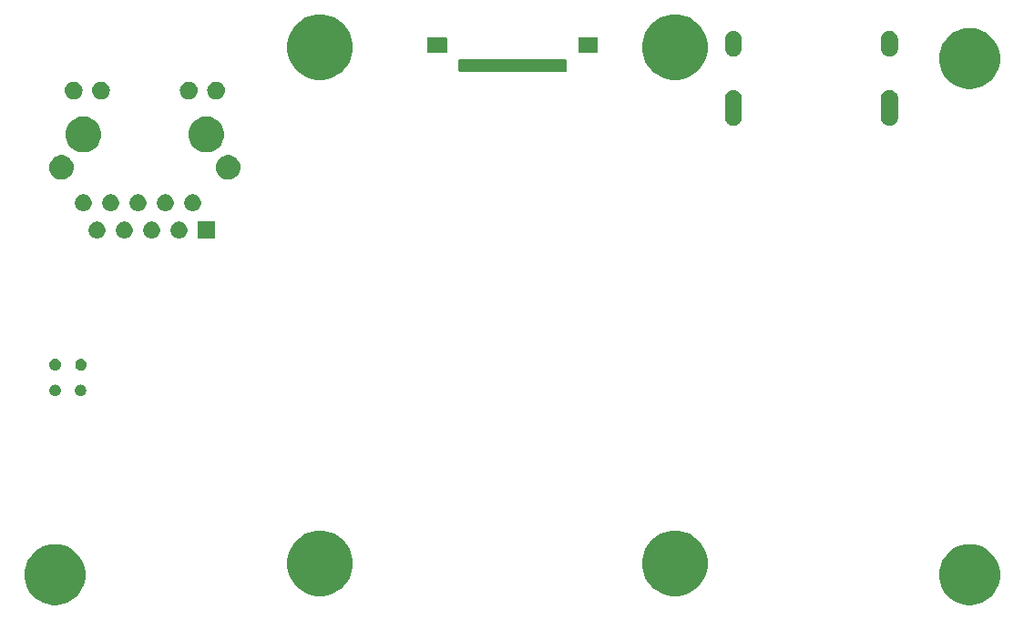
<source format=gbr>
%TF.GenerationSoftware,KiCad,Pcbnew,8.0.1*%
%TF.CreationDate,2024-06-09T20:13:56+02:00*%
%TF.ProjectId,daqIONA_CTRL,64617149-4f4e-4415-9f43-54524c2e6b69,rev?*%
%TF.SameCoordinates,Original*%
%TF.FileFunction,Soldermask,Bot*%
%TF.FilePolarity,Negative*%
%FSLAX46Y46*%
G04 Gerber Fmt 4.6, Leading zero omitted, Abs format (unit mm)*
G04 Created by KiCad (PCBNEW 8.0.1) date 2024-06-09 20:13:56*
%MOMM*%
%LPD*%
G01*
G04 APERTURE LIST*
G04 APERTURE END LIST*
G36*
X101733161Y-132113146D02*
G01*
X102054521Y-132189310D01*
X102364867Y-132302266D01*
X102660000Y-132450488D01*
X102935930Y-132631970D01*
X103188926Y-132844259D01*
X103415566Y-133084483D01*
X103612785Y-133349395D01*
X103777917Y-133635410D01*
X103908727Y-133938663D01*
X104003447Y-134255051D01*
X104060797Y-134580296D01*
X104080000Y-134910000D01*
X104060797Y-135239704D01*
X104003447Y-135564949D01*
X103908727Y-135881337D01*
X103777917Y-136184590D01*
X103612785Y-136470605D01*
X103415566Y-136735517D01*
X103188926Y-136975741D01*
X102935930Y-137188030D01*
X102660000Y-137369512D01*
X102364867Y-137517734D01*
X102054521Y-137630690D01*
X101733161Y-137706854D01*
X101405131Y-137745195D01*
X101074869Y-137745195D01*
X100746839Y-137706854D01*
X100425479Y-137630690D01*
X100115133Y-137517734D01*
X99820000Y-137369512D01*
X99544070Y-137188030D01*
X99291074Y-136975741D01*
X99064434Y-136735517D01*
X98867215Y-136470605D01*
X98702083Y-136184590D01*
X98571273Y-135881337D01*
X98476553Y-135564949D01*
X98419203Y-135239704D01*
X98400000Y-134910000D01*
X98419203Y-134580296D01*
X98476553Y-134255051D01*
X98571273Y-133938663D01*
X98702083Y-133635410D01*
X98867215Y-133349395D01*
X99064434Y-133084483D01*
X99291074Y-132844259D01*
X99544070Y-132631970D01*
X99820000Y-132450488D01*
X100115133Y-132302266D01*
X100425479Y-132189310D01*
X100746839Y-132113146D01*
X101074869Y-132074805D01*
X101405131Y-132074805D01*
X101733161Y-132113146D01*
G37*
G36*
X186733161Y-132113146D02*
G01*
X187054521Y-132189310D01*
X187364867Y-132302266D01*
X187660000Y-132450488D01*
X187935930Y-132631970D01*
X188188926Y-132844259D01*
X188415566Y-133084483D01*
X188612785Y-133349395D01*
X188777917Y-133635410D01*
X188908727Y-133938663D01*
X189003447Y-134255051D01*
X189060797Y-134580296D01*
X189080000Y-134910000D01*
X189060797Y-135239704D01*
X189003447Y-135564949D01*
X188908727Y-135881337D01*
X188777917Y-136184590D01*
X188612785Y-136470605D01*
X188415566Y-136735517D01*
X188188926Y-136975741D01*
X187935930Y-137188030D01*
X187660000Y-137369512D01*
X187364867Y-137517734D01*
X187054521Y-137630690D01*
X186733161Y-137706854D01*
X186405131Y-137745195D01*
X186074869Y-137745195D01*
X185746839Y-137706854D01*
X185425479Y-137630690D01*
X185115133Y-137517734D01*
X184820000Y-137369512D01*
X184544070Y-137188030D01*
X184291074Y-136975741D01*
X184064434Y-136735517D01*
X183867215Y-136470605D01*
X183702083Y-136184590D01*
X183571273Y-135881337D01*
X183476553Y-135564949D01*
X183419203Y-135239704D01*
X183400000Y-134910000D01*
X183419203Y-134580296D01*
X183476553Y-134255051D01*
X183571273Y-133938663D01*
X183702083Y-133635410D01*
X183867215Y-133349395D01*
X184064434Y-133084483D01*
X184291074Y-132844259D01*
X184544070Y-132631970D01*
X184820000Y-132450488D01*
X185115133Y-132302266D01*
X185425479Y-132189310D01*
X185746839Y-132113146D01*
X186074869Y-132074805D01*
X186405131Y-132074805D01*
X186733161Y-132113146D01*
G37*
G36*
X126201492Y-130829178D02*
G01*
X126538689Y-130886470D01*
X126867351Y-130981156D01*
X127183345Y-131112045D01*
X127482698Y-131277491D01*
X127761644Y-131475414D01*
X128016676Y-131703324D01*
X128244586Y-131958356D01*
X128442509Y-132237302D01*
X128607955Y-132536655D01*
X128738844Y-132852649D01*
X128833530Y-133181311D01*
X128890822Y-133518508D01*
X128910000Y-133860000D01*
X128890822Y-134201492D01*
X128833530Y-134538689D01*
X128738844Y-134867351D01*
X128607955Y-135183345D01*
X128442509Y-135482698D01*
X128244586Y-135761644D01*
X128016676Y-136016676D01*
X127761644Y-136244586D01*
X127482698Y-136442509D01*
X127183345Y-136607955D01*
X126867351Y-136738844D01*
X126538689Y-136833530D01*
X126201492Y-136890822D01*
X125860000Y-136910000D01*
X125518508Y-136890822D01*
X125181311Y-136833530D01*
X124852649Y-136738844D01*
X124536655Y-136607955D01*
X124237302Y-136442509D01*
X123958356Y-136244586D01*
X123703324Y-136016676D01*
X123475414Y-135761644D01*
X123277491Y-135482698D01*
X123112045Y-135183345D01*
X122981156Y-134867351D01*
X122886470Y-134538689D01*
X122829178Y-134201492D01*
X122810000Y-133860000D01*
X122829178Y-133518508D01*
X122886470Y-133181311D01*
X122981156Y-132852649D01*
X123112045Y-132536655D01*
X123277491Y-132237302D01*
X123475414Y-131958356D01*
X123703324Y-131703324D01*
X123958356Y-131475414D01*
X124237302Y-131277491D01*
X124536655Y-131112045D01*
X124852649Y-130981156D01*
X125181311Y-130886470D01*
X125518508Y-130829178D01*
X125860000Y-130810000D01*
X126201492Y-130829178D01*
G37*
G36*
X159201492Y-130829178D02*
G01*
X159538689Y-130886470D01*
X159867351Y-130981156D01*
X160183345Y-131112045D01*
X160482698Y-131277491D01*
X160761644Y-131475414D01*
X161016676Y-131703324D01*
X161244586Y-131958356D01*
X161442509Y-132237302D01*
X161607955Y-132536655D01*
X161738844Y-132852649D01*
X161833530Y-133181311D01*
X161890822Y-133518508D01*
X161910000Y-133860000D01*
X161890822Y-134201492D01*
X161833530Y-134538689D01*
X161738844Y-134867351D01*
X161607955Y-135183345D01*
X161442509Y-135482698D01*
X161244586Y-135761644D01*
X161016676Y-136016676D01*
X160761644Y-136244586D01*
X160482698Y-136442509D01*
X160183345Y-136607955D01*
X159867351Y-136738844D01*
X159538689Y-136833530D01*
X159201492Y-136890822D01*
X158860000Y-136910000D01*
X158518508Y-136890822D01*
X158181311Y-136833530D01*
X157852649Y-136738844D01*
X157536655Y-136607955D01*
X157237302Y-136442509D01*
X156958356Y-136244586D01*
X156703324Y-136016676D01*
X156475414Y-135761644D01*
X156277491Y-135482698D01*
X156112045Y-135183345D01*
X155981156Y-134867351D01*
X155886470Y-134538689D01*
X155829178Y-134201492D01*
X155810000Y-133860000D01*
X155829178Y-133518508D01*
X155886470Y-133181311D01*
X155981156Y-132852649D01*
X156112045Y-132536655D01*
X156277491Y-132237302D01*
X156475414Y-131958356D01*
X156703324Y-131703324D01*
X156958356Y-131475414D01*
X157237302Y-131277491D01*
X157536655Y-131112045D01*
X157852649Y-130981156D01*
X158181311Y-130886470D01*
X158518508Y-130829178D01*
X158860000Y-130810000D01*
X159201492Y-130829178D01*
G37*
G36*
X101399762Y-117238400D02*
G01*
X101530000Y-117292346D01*
X101641838Y-117378162D01*
X101727654Y-117490000D01*
X101781600Y-117620238D01*
X101800000Y-117760000D01*
X101781600Y-117899762D01*
X101727654Y-118030000D01*
X101641838Y-118141838D01*
X101530000Y-118227654D01*
X101399762Y-118281600D01*
X101260000Y-118300000D01*
X101120238Y-118281600D01*
X100990000Y-118227654D01*
X100878162Y-118141838D01*
X100792346Y-118030000D01*
X100738400Y-117899762D01*
X100720000Y-117760000D01*
X100738400Y-117620238D01*
X100792346Y-117490000D01*
X100878162Y-117378162D01*
X100990000Y-117292346D01*
X101120238Y-117238400D01*
X101260000Y-117220000D01*
X101399762Y-117238400D01*
G37*
G36*
X103749762Y-117238400D02*
G01*
X103880000Y-117292346D01*
X103991838Y-117378162D01*
X104077654Y-117490000D01*
X104131600Y-117620238D01*
X104150000Y-117760000D01*
X104131600Y-117899762D01*
X104077654Y-118030000D01*
X103991838Y-118141838D01*
X103880000Y-118227654D01*
X103749762Y-118281600D01*
X103610000Y-118300000D01*
X103470238Y-118281600D01*
X103340000Y-118227654D01*
X103228162Y-118141838D01*
X103142346Y-118030000D01*
X103088400Y-117899762D01*
X103070000Y-117760000D01*
X103088400Y-117620238D01*
X103142346Y-117490000D01*
X103228162Y-117378162D01*
X103340000Y-117292346D01*
X103470238Y-117238400D01*
X103610000Y-117220000D01*
X103749762Y-117238400D01*
G37*
G36*
X101399762Y-114838400D02*
G01*
X101530000Y-114892346D01*
X101641838Y-114978162D01*
X101727654Y-115090000D01*
X101781600Y-115220238D01*
X101800000Y-115360000D01*
X101781600Y-115499762D01*
X101727654Y-115630000D01*
X101641838Y-115741838D01*
X101530000Y-115827654D01*
X101399762Y-115881600D01*
X101260000Y-115900000D01*
X101120238Y-115881600D01*
X100990000Y-115827654D01*
X100878162Y-115741838D01*
X100792346Y-115630000D01*
X100738400Y-115499762D01*
X100720000Y-115360000D01*
X100738400Y-115220238D01*
X100792346Y-115090000D01*
X100878162Y-114978162D01*
X100990000Y-114892346D01*
X101120238Y-114838400D01*
X101260000Y-114820000D01*
X101399762Y-114838400D01*
G37*
G36*
X103799762Y-114838400D02*
G01*
X103930000Y-114892346D01*
X104041838Y-114978162D01*
X104127654Y-115090000D01*
X104181600Y-115220238D01*
X104200000Y-115360000D01*
X104181600Y-115499762D01*
X104127654Y-115630000D01*
X104041838Y-115741838D01*
X103930000Y-115827654D01*
X103799762Y-115881600D01*
X103660000Y-115900000D01*
X103520238Y-115881600D01*
X103390000Y-115827654D01*
X103278162Y-115741838D01*
X103192346Y-115630000D01*
X103138400Y-115499762D01*
X103120000Y-115360000D01*
X103138400Y-115220238D01*
X103192346Y-115090000D01*
X103278162Y-114978162D01*
X103390000Y-114892346D01*
X103520238Y-114838400D01*
X103660000Y-114820000D01*
X103799762Y-114838400D01*
G37*
G36*
X105185844Y-102064602D02*
G01*
X105227551Y-102064602D01*
X105274600Y-102074602D01*
X105320792Y-102079807D01*
X105354377Y-102091559D01*
X105389036Y-102098926D01*
X105438985Y-102121165D01*
X105487768Y-102138235D01*
X105513160Y-102154190D01*
X105539861Y-102166078D01*
X105589645Y-102202248D01*
X105637557Y-102232353D01*
X105654762Y-102249558D01*
X105673427Y-102263119D01*
X105719570Y-102314366D01*
X105762647Y-102357443D01*
X105772555Y-102373212D01*
X105783903Y-102385815D01*
X105822727Y-102453060D01*
X105856765Y-102507232D01*
X105861014Y-102519377D01*
X105866447Y-102528786D01*
X105894263Y-102614394D01*
X105915193Y-102674208D01*
X105915986Y-102681252D01*
X105917467Y-102685808D01*
X105930892Y-102813542D01*
X105935000Y-102850000D01*
X105930891Y-102886461D01*
X105917467Y-103014191D01*
X105915986Y-103018746D01*
X105915193Y-103025792D01*
X105894258Y-103085618D01*
X105866447Y-103171213D01*
X105861015Y-103180620D01*
X105856765Y-103192768D01*
X105822720Y-103246950D01*
X105783903Y-103314184D01*
X105772557Y-103326784D01*
X105762647Y-103342557D01*
X105719561Y-103385642D01*
X105673427Y-103436880D01*
X105654766Y-103450437D01*
X105637557Y-103467647D01*
X105589635Y-103497757D01*
X105539861Y-103533921D01*
X105513166Y-103545806D01*
X105487768Y-103561765D01*
X105438975Y-103578838D01*
X105389036Y-103601073D01*
X105354383Y-103608438D01*
X105320792Y-103620193D01*
X105274597Y-103625397D01*
X105227551Y-103635398D01*
X105185844Y-103635398D01*
X105145000Y-103640000D01*
X105104156Y-103635398D01*
X105062449Y-103635398D01*
X105015401Y-103625397D01*
X104969208Y-103620193D01*
X104935617Y-103608439D01*
X104900963Y-103601073D01*
X104851020Y-103578836D01*
X104802232Y-103561765D01*
X104776836Y-103545807D01*
X104750138Y-103533921D01*
X104700357Y-103497753D01*
X104652443Y-103467647D01*
X104635236Y-103450440D01*
X104616572Y-103436880D01*
X104570428Y-103385632D01*
X104527353Y-103342557D01*
X104517444Y-103326788D01*
X104506096Y-103314184D01*
X104467267Y-103246930D01*
X104433235Y-103192768D01*
X104428985Y-103180624D01*
X104423552Y-103171213D01*
X104395727Y-103085578D01*
X104374807Y-103025792D01*
X104374013Y-103018751D01*
X104372532Y-103014191D01*
X104359093Y-102886328D01*
X104355000Y-102850000D01*
X104359092Y-102813674D01*
X104372532Y-102685808D01*
X104374013Y-102681247D01*
X104374807Y-102674208D01*
X104395722Y-102614434D01*
X104423552Y-102528786D01*
X104428986Y-102519372D01*
X104433235Y-102507232D01*
X104467260Y-102453080D01*
X104506096Y-102385815D01*
X104517446Y-102373208D01*
X104527353Y-102357443D01*
X104570419Y-102314376D01*
X104616572Y-102263119D01*
X104635239Y-102249556D01*
X104652443Y-102232353D01*
X104700351Y-102202250D01*
X104750139Y-102166078D01*
X104776840Y-102154189D01*
X104802232Y-102138235D01*
X104851004Y-102121168D01*
X104900963Y-102098925D01*
X104935628Y-102091556D01*
X104969208Y-102079807D01*
X105015396Y-102074602D01*
X105062449Y-102064602D01*
X105104156Y-102064602D01*
X105145000Y-102060000D01*
X105185844Y-102064602D01*
G37*
G36*
X107725844Y-102064602D02*
G01*
X107767551Y-102064602D01*
X107814600Y-102074602D01*
X107860792Y-102079807D01*
X107894377Y-102091559D01*
X107929036Y-102098926D01*
X107978985Y-102121165D01*
X108027768Y-102138235D01*
X108053160Y-102154190D01*
X108079861Y-102166078D01*
X108129645Y-102202248D01*
X108177557Y-102232353D01*
X108194762Y-102249558D01*
X108213427Y-102263119D01*
X108259570Y-102314366D01*
X108302647Y-102357443D01*
X108312555Y-102373212D01*
X108323903Y-102385815D01*
X108362727Y-102453060D01*
X108396765Y-102507232D01*
X108401014Y-102519377D01*
X108406447Y-102528786D01*
X108434263Y-102614394D01*
X108455193Y-102674208D01*
X108455986Y-102681252D01*
X108457467Y-102685808D01*
X108470892Y-102813542D01*
X108475000Y-102850000D01*
X108470891Y-102886461D01*
X108457467Y-103014191D01*
X108455986Y-103018746D01*
X108455193Y-103025792D01*
X108434258Y-103085618D01*
X108406447Y-103171213D01*
X108401015Y-103180620D01*
X108396765Y-103192768D01*
X108362720Y-103246950D01*
X108323903Y-103314184D01*
X108312557Y-103326784D01*
X108302647Y-103342557D01*
X108259561Y-103385642D01*
X108213427Y-103436880D01*
X108194766Y-103450437D01*
X108177557Y-103467647D01*
X108129635Y-103497757D01*
X108079861Y-103533921D01*
X108053166Y-103545806D01*
X108027768Y-103561765D01*
X107978975Y-103578838D01*
X107929036Y-103601073D01*
X107894383Y-103608438D01*
X107860792Y-103620193D01*
X107814597Y-103625397D01*
X107767551Y-103635398D01*
X107725844Y-103635398D01*
X107685000Y-103640000D01*
X107644156Y-103635398D01*
X107602449Y-103635398D01*
X107555401Y-103625397D01*
X107509208Y-103620193D01*
X107475617Y-103608439D01*
X107440963Y-103601073D01*
X107391020Y-103578836D01*
X107342232Y-103561765D01*
X107316836Y-103545807D01*
X107290138Y-103533921D01*
X107240357Y-103497753D01*
X107192443Y-103467647D01*
X107175236Y-103450440D01*
X107156572Y-103436880D01*
X107110428Y-103385632D01*
X107067353Y-103342557D01*
X107057444Y-103326788D01*
X107046096Y-103314184D01*
X107007267Y-103246930D01*
X106973235Y-103192768D01*
X106968985Y-103180624D01*
X106963552Y-103171213D01*
X106935727Y-103085578D01*
X106914807Y-103025792D01*
X106914013Y-103018751D01*
X106912532Y-103014191D01*
X106899093Y-102886328D01*
X106895000Y-102850000D01*
X106899092Y-102813674D01*
X106912532Y-102685808D01*
X106914013Y-102681247D01*
X106914807Y-102674208D01*
X106935722Y-102614434D01*
X106963552Y-102528786D01*
X106968986Y-102519372D01*
X106973235Y-102507232D01*
X107007260Y-102453080D01*
X107046096Y-102385815D01*
X107057446Y-102373208D01*
X107067353Y-102357443D01*
X107110419Y-102314376D01*
X107156572Y-102263119D01*
X107175239Y-102249556D01*
X107192443Y-102232353D01*
X107240351Y-102202250D01*
X107290139Y-102166078D01*
X107316840Y-102154189D01*
X107342232Y-102138235D01*
X107391004Y-102121168D01*
X107440963Y-102098925D01*
X107475628Y-102091556D01*
X107509208Y-102079807D01*
X107555396Y-102074602D01*
X107602449Y-102064602D01*
X107644156Y-102064602D01*
X107685000Y-102060000D01*
X107725844Y-102064602D01*
G37*
G36*
X110265844Y-102064602D02*
G01*
X110307551Y-102064602D01*
X110354600Y-102074602D01*
X110400792Y-102079807D01*
X110434377Y-102091559D01*
X110469036Y-102098926D01*
X110518985Y-102121165D01*
X110567768Y-102138235D01*
X110593160Y-102154190D01*
X110619861Y-102166078D01*
X110669645Y-102202248D01*
X110717557Y-102232353D01*
X110734762Y-102249558D01*
X110753427Y-102263119D01*
X110799570Y-102314366D01*
X110842647Y-102357443D01*
X110852555Y-102373212D01*
X110863903Y-102385815D01*
X110902727Y-102453060D01*
X110936765Y-102507232D01*
X110941014Y-102519377D01*
X110946447Y-102528786D01*
X110974263Y-102614394D01*
X110995193Y-102674208D01*
X110995986Y-102681252D01*
X110997467Y-102685808D01*
X111010892Y-102813542D01*
X111015000Y-102850000D01*
X111010891Y-102886461D01*
X110997467Y-103014191D01*
X110995986Y-103018746D01*
X110995193Y-103025792D01*
X110974258Y-103085618D01*
X110946447Y-103171213D01*
X110941015Y-103180620D01*
X110936765Y-103192768D01*
X110902720Y-103246950D01*
X110863903Y-103314184D01*
X110852557Y-103326784D01*
X110842647Y-103342557D01*
X110799561Y-103385642D01*
X110753427Y-103436880D01*
X110734766Y-103450437D01*
X110717557Y-103467647D01*
X110669635Y-103497757D01*
X110619861Y-103533921D01*
X110593166Y-103545806D01*
X110567768Y-103561765D01*
X110518975Y-103578838D01*
X110469036Y-103601073D01*
X110434383Y-103608438D01*
X110400792Y-103620193D01*
X110354597Y-103625397D01*
X110307551Y-103635398D01*
X110265844Y-103635398D01*
X110225000Y-103640000D01*
X110184156Y-103635398D01*
X110142449Y-103635398D01*
X110095401Y-103625397D01*
X110049208Y-103620193D01*
X110015617Y-103608439D01*
X109980963Y-103601073D01*
X109931020Y-103578836D01*
X109882232Y-103561765D01*
X109856836Y-103545807D01*
X109830138Y-103533921D01*
X109780357Y-103497753D01*
X109732443Y-103467647D01*
X109715236Y-103450440D01*
X109696572Y-103436880D01*
X109650428Y-103385632D01*
X109607353Y-103342557D01*
X109597444Y-103326788D01*
X109586096Y-103314184D01*
X109547267Y-103246930D01*
X109513235Y-103192768D01*
X109508985Y-103180624D01*
X109503552Y-103171213D01*
X109475727Y-103085578D01*
X109454807Y-103025792D01*
X109454013Y-103018751D01*
X109452532Y-103014191D01*
X109439093Y-102886328D01*
X109435000Y-102850000D01*
X109439092Y-102813674D01*
X109452532Y-102685808D01*
X109454013Y-102681247D01*
X109454807Y-102674208D01*
X109475722Y-102614434D01*
X109503552Y-102528786D01*
X109508986Y-102519372D01*
X109513235Y-102507232D01*
X109547260Y-102453080D01*
X109586096Y-102385815D01*
X109597446Y-102373208D01*
X109607353Y-102357443D01*
X109650419Y-102314376D01*
X109696572Y-102263119D01*
X109715239Y-102249556D01*
X109732443Y-102232353D01*
X109780351Y-102202250D01*
X109830139Y-102166078D01*
X109856840Y-102154189D01*
X109882232Y-102138235D01*
X109931004Y-102121168D01*
X109980963Y-102098925D01*
X110015628Y-102091556D01*
X110049208Y-102079807D01*
X110095396Y-102074602D01*
X110142449Y-102064602D01*
X110184156Y-102064602D01*
X110225000Y-102060000D01*
X110265844Y-102064602D01*
G37*
G36*
X112805844Y-102064602D02*
G01*
X112847551Y-102064602D01*
X112894600Y-102074602D01*
X112940792Y-102079807D01*
X112974377Y-102091559D01*
X113009036Y-102098926D01*
X113058985Y-102121165D01*
X113107768Y-102138235D01*
X113133160Y-102154190D01*
X113159861Y-102166078D01*
X113209645Y-102202248D01*
X113257557Y-102232353D01*
X113274762Y-102249558D01*
X113293427Y-102263119D01*
X113339570Y-102314366D01*
X113382647Y-102357443D01*
X113392555Y-102373212D01*
X113403903Y-102385815D01*
X113442727Y-102453060D01*
X113476765Y-102507232D01*
X113481014Y-102519377D01*
X113486447Y-102528786D01*
X113514263Y-102614394D01*
X113535193Y-102674208D01*
X113535986Y-102681252D01*
X113537467Y-102685808D01*
X113550892Y-102813542D01*
X113555000Y-102850000D01*
X113550891Y-102886461D01*
X113537467Y-103014191D01*
X113535986Y-103018746D01*
X113535193Y-103025792D01*
X113514258Y-103085618D01*
X113486447Y-103171213D01*
X113481015Y-103180620D01*
X113476765Y-103192768D01*
X113442720Y-103246950D01*
X113403903Y-103314184D01*
X113392557Y-103326784D01*
X113382647Y-103342557D01*
X113339561Y-103385642D01*
X113293427Y-103436880D01*
X113274766Y-103450437D01*
X113257557Y-103467647D01*
X113209635Y-103497757D01*
X113159861Y-103533921D01*
X113133166Y-103545806D01*
X113107768Y-103561765D01*
X113058975Y-103578838D01*
X113009036Y-103601073D01*
X112974383Y-103608438D01*
X112940792Y-103620193D01*
X112894597Y-103625397D01*
X112847551Y-103635398D01*
X112805844Y-103635398D01*
X112765000Y-103640000D01*
X112724156Y-103635398D01*
X112682449Y-103635398D01*
X112635401Y-103625397D01*
X112589208Y-103620193D01*
X112555617Y-103608439D01*
X112520963Y-103601073D01*
X112471020Y-103578836D01*
X112422232Y-103561765D01*
X112396836Y-103545807D01*
X112370138Y-103533921D01*
X112320357Y-103497753D01*
X112272443Y-103467647D01*
X112255236Y-103450440D01*
X112236572Y-103436880D01*
X112190428Y-103385632D01*
X112147353Y-103342557D01*
X112137444Y-103326788D01*
X112126096Y-103314184D01*
X112087267Y-103246930D01*
X112053235Y-103192768D01*
X112048985Y-103180624D01*
X112043552Y-103171213D01*
X112015727Y-103085578D01*
X111994807Y-103025792D01*
X111994013Y-103018751D01*
X111992532Y-103014191D01*
X111979093Y-102886328D01*
X111975000Y-102850000D01*
X111979092Y-102813674D01*
X111992532Y-102685808D01*
X111994013Y-102681247D01*
X111994807Y-102674208D01*
X112015722Y-102614434D01*
X112043552Y-102528786D01*
X112048986Y-102519372D01*
X112053235Y-102507232D01*
X112087260Y-102453080D01*
X112126096Y-102385815D01*
X112137446Y-102373208D01*
X112147353Y-102357443D01*
X112190419Y-102314376D01*
X112236572Y-102263119D01*
X112255239Y-102249556D01*
X112272443Y-102232353D01*
X112320351Y-102202250D01*
X112370139Y-102166078D01*
X112396840Y-102154189D01*
X112422232Y-102138235D01*
X112471004Y-102121168D01*
X112520963Y-102098925D01*
X112555628Y-102091556D01*
X112589208Y-102079807D01*
X112635396Y-102074602D01*
X112682449Y-102064602D01*
X112724156Y-102064602D01*
X112765000Y-102060000D01*
X112805844Y-102064602D01*
G37*
G36*
X116070307Y-102063045D02*
G01*
X116083284Y-102071716D01*
X116091955Y-102084693D01*
X116095000Y-102100000D01*
X116095000Y-103600000D01*
X116091955Y-103615307D01*
X116083284Y-103628284D01*
X116070307Y-103636955D01*
X116055000Y-103640000D01*
X114555000Y-103640000D01*
X114539693Y-103636955D01*
X114526716Y-103628284D01*
X114518045Y-103615307D01*
X114515000Y-103600000D01*
X114515000Y-102100000D01*
X114518045Y-102084693D01*
X114526716Y-102071716D01*
X114539693Y-102063045D01*
X114555000Y-102060000D01*
X116055000Y-102060000D01*
X116070307Y-102063045D01*
G37*
G36*
X103915844Y-99524602D02*
G01*
X103957551Y-99524602D01*
X104004600Y-99534602D01*
X104050792Y-99539807D01*
X104084377Y-99551559D01*
X104119036Y-99558926D01*
X104168985Y-99581165D01*
X104217768Y-99598235D01*
X104243160Y-99614190D01*
X104269861Y-99626078D01*
X104319645Y-99662248D01*
X104367557Y-99692353D01*
X104384762Y-99709558D01*
X104403427Y-99723119D01*
X104449570Y-99774366D01*
X104492647Y-99817443D01*
X104502555Y-99833212D01*
X104513903Y-99845815D01*
X104552727Y-99913060D01*
X104586765Y-99967232D01*
X104591014Y-99979377D01*
X104596447Y-99988786D01*
X104624263Y-100074394D01*
X104645193Y-100134208D01*
X104645986Y-100141252D01*
X104647467Y-100145808D01*
X104660892Y-100273542D01*
X104665000Y-100310000D01*
X104660891Y-100346461D01*
X104647467Y-100474191D01*
X104645986Y-100478746D01*
X104645193Y-100485792D01*
X104624258Y-100545618D01*
X104596447Y-100631213D01*
X104591015Y-100640620D01*
X104586765Y-100652768D01*
X104552720Y-100706950D01*
X104513903Y-100774184D01*
X104502557Y-100786784D01*
X104492647Y-100802557D01*
X104449561Y-100845642D01*
X104403427Y-100896880D01*
X104384766Y-100910437D01*
X104367557Y-100927647D01*
X104319635Y-100957757D01*
X104269861Y-100993921D01*
X104243166Y-101005806D01*
X104217768Y-101021765D01*
X104168975Y-101038838D01*
X104119036Y-101061073D01*
X104084383Y-101068438D01*
X104050792Y-101080193D01*
X104004597Y-101085397D01*
X103957551Y-101095398D01*
X103915844Y-101095398D01*
X103875000Y-101100000D01*
X103834156Y-101095398D01*
X103792449Y-101095398D01*
X103745401Y-101085397D01*
X103699208Y-101080193D01*
X103665617Y-101068439D01*
X103630963Y-101061073D01*
X103581020Y-101038836D01*
X103532232Y-101021765D01*
X103506836Y-101005807D01*
X103480138Y-100993921D01*
X103430357Y-100957753D01*
X103382443Y-100927647D01*
X103365236Y-100910440D01*
X103346572Y-100896880D01*
X103300428Y-100845632D01*
X103257353Y-100802557D01*
X103247444Y-100786788D01*
X103236096Y-100774184D01*
X103197267Y-100706930D01*
X103163235Y-100652768D01*
X103158985Y-100640624D01*
X103153552Y-100631213D01*
X103125727Y-100545578D01*
X103104807Y-100485792D01*
X103104013Y-100478751D01*
X103102532Y-100474191D01*
X103089093Y-100346328D01*
X103085000Y-100310000D01*
X103089092Y-100273674D01*
X103102532Y-100145808D01*
X103104013Y-100141247D01*
X103104807Y-100134208D01*
X103125722Y-100074434D01*
X103153552Y-99988786D01*
X103158986Y-99979372D01*
X103163235Y-99967232D01*
X103197260Y-99913080D01*
X103236096Y-99845815D01*
X103247446Y-99833208D01*
X103257353Y-99817443D01*
X103300419Y-99774376D01*
X103346572Y-99723119D01*
X103365239Y-99709556D01*
X103382443Y-99692353D01*
X103430351Y-99662250D01*
X103480139Y-99626078D01*
X103506840Y-99614189D01*
X103532232Y-99598235D01*
X103581004Y-99581168D01*
X103630963Y-99558925D01*
X103665628Y-99551556D01*
X103699208Y-99539807D01*
X103745396Y-99534602D01*
X103792449Y-99524602D01*
X103834156Y-99524602D01*
X103875000Y-99520000D01*
X103915844Y-99524602D01*
G37*
G36*
X106455844Y-99524602D02*
G01*
X106497551Y-99524602D01*
X106544600Y-99534602D01*
X106590792Y-99539807D01*
X106624377Y-99551559D01*
X106659036Y-99558926D01*
X106708985Y-99581165D01*
X106757768Y-99598235D01*
X106783160Y-99614190D01*
X106809861Y-99626078D01*
X106859645Y-99662248D01*
X106907557Y-99692353D01*
X106924762Y-99709558D01*
X106943427Y-99723119D01*
X106989570Y-99774366D01*
X107032647Y-99817443D01*
X107042555Y-99833212D01*
X107053903Y-99845815D01*
X107092727Y-99913060D01*
X107126765Y-99967232D01*
X107131014Y-99979377D01*
X107136447Y-99988786D01*
X107164263Y-100074394D01*
X107185193Y-100134208D01*
X107185986Y-100141252D01*
X107187467Y-100145808D01*
X107200892Y-100273542D01*
X107205000Y-100310000D01*
X107200891Y-100346461D01*
X107187467Y-100474191D01*
X107185986Y-100478746D01*
X107185193Y-100485792D01*
X107164258Y-100545618D01*
X107136447Y-100631213D01*
X107131015Y-100640620D01*
X107126765Y-100652768D01*
X107092720Y-100706950D01*
X107053903Y-100774184D01*
X107042557Y-100786784D01*
X107032647Y-100802557D01*
X106989561Y-100845642D01*
X106943427Y-100896880D01*
X106924766Y-100910437D01*
X106907557Y-100927647D01*
X106859635Y-100957757D01*
X106809861Y-100993921D01*
X106783166Y-101005806D01*
X106757768Y-101021765D01*
X106708975Y-101038838D01*
X106659036Y-101061073D01*
X106624383Y-101068438D01*
X106590792Y-101080193D01*
X106544597Y-101085397D01*
X106497551Y-101095398D01*
X106455844Y-101095398D01*
X106415000Y-101100000D01*
X106374156Y-101095398D01*
X106332449Y-101095398D01*
X106285401Y-101085397D01*
X106239208Y-101080193D01*
X106205617Y-101068439D01*
X106170963Y-101061073D01*
X106121020Y-101038836D01*
X106072232Y-101021765D01*
X106046836Y-101005807D01*
X106020138Y-100993921D01*
X105970357Y-100957753D01*
X105922443Y-100927647D01*
X105905236Y-100910440D01*
X105886572Y-100896880D01*
X105840428Y-100845632D01*
X105797353Y-100802557D01*
X105787444Y-100786788D01*
X105776096Y-100774184D01*
X105737267Y-100706930D01*
X105703235Y-100652768D01*
X105698985Y-100640624D01*
X105693552Y-100631213D01*
X105665727Y-100545578D01*
X105644807Y-100485792D01*
X105644013Y-100478751D01*
X105642532Y-100474191D01*
X105629093Y-100346328D01*
X105625000Y-100310000D01*
X105629092Y-100273674D01*
X105642532Y-100145808D01*
X105644013Y-100141247D01*
X105644807Y-100134208D01*
X105665722Y-100074434D01*
X105693552Y-99988786D01*
X105698986Y-99979372D01*
X105703235Y-99967232D01*
X105737260Y-99913080D01*
X105776096Y-99845815D01*
X105787446Y-99833208D01*
X105797353Y-99817443D01*
X105840419Y-99774376D01*
X105886572Y-99723119D01*
X105905239Y-99709556D01*
X105922443Y-99692353D01*
X105970351Y-99662250D01*
X106020139Y-99626078D01*
X106046840Y-99614189D01*
X106072232Y-99598235D01*
X106121004Y-99581168D01*
X106170963Y-99558925D01*
X106205628Y-99551556D01*
X106239208Y-99539807D01*
X106285396Y-99534602D01*
X106332449Y-99524602D01*
X106374156Y-99524602D01*
X106415000Y-99520000D01*
X106455844Y-99524602D01*
G37*
G36*
X108995844Y-99524602D02*
G01*
X109037551Y-99524602D01*
X109084600Y-99534602D01*
X109130792Y-99539807D01*
X109164377Y-99551559D01*
X109199036Y-99558926D01*
X109248985Y-99581165D01*
X109297768Y-99598235D01*
X109323160Y-99614190D01*
X109349861Y-99626078D01*
X109399645Y-99662248D01*
X109447557Y-99692353D01*
X109464762Y-99709558D01*
X109483427Y-99723119D01*
X109529570Y-99774366D01*
X109572647Y-99817443D01*
X109582555Y-99833212D01*
X109593903Y-99845815D01*
X109632727Y-99913060D01*
X109666765Y-99967232D01*
X109671014Y-99979377D01*
X109676447Y-99988786D01*
X109704263Y-100074394D01*
X109725193Y-100134208D01*
X109725986Y-100141252D01*
X109727467Y-100145808D01*
X109740892Y-100273542D01*
X109745000Y-100310000D01*
X109740891Y-100346461D01*
X109727467Y-100474191D01*
X109725986Y-100478746D01*
X109725193Y-100485792D01*
X109704258Y-100545618D01*
X109676447Y-100631213D01*
X109671015Y-100640620D01*
X109666765Y-100652768D01*
X109632720Y-100706950D01*
X109593903Y-100774184D01*
X109582557Y-100786784D01*
X109572647Y-100802557D01*
X109529561Y-100845642D01*
X109483427Y-100896880D01*
X109464766Y-100910437D01*
X109447557Y-100927647D01*
X109399635Y-100957757D01*
X109349861Y-100993921D01*
X109323166Y-101005806D01*
X109297768Y-101021765D01*
X109248975Y-101038838D01*
X109199036Y-101061073D01*
X109164383Y-101068438D01*
X109130792Y-101080193D01*
X109084597Y-101085397D01*
X109037551Y-101095398D01*
X108995844Y-101095398D01*
X108955000Y-101100000D01*
X108914156Y-101095398D01*
X108872449Y-101095398D01*
X108825401Y-101085397D01*
X108779208Y-101080193D01*
X108745617Y-101068439D01*
X108710963Y-101061073D01*
X108661020Y-101038836D01*
X108612232Y-101021765D01*
X108586836Y-101005807D01*
X108560138Y-100993921D01*
X108510357Y-100957753D01*
X108462443Y-100927647D01*
X108445236Y-100910440D01*
X108426572Y-100896880D01*
X108380428Y-100845632D01*
X108337353Y-100802557D01*
X108327444Y-100786788D01*
X108316096Y-100774184D01*
X108277267Y-100706930D01*
X108243235Y-100652768D01*
X108238985Y-100640624D01*
X108233552Y-100631213D01*
X108205727Y-100545578D01*
X108184807Y-100485792D01*
X108184013Y-100478751D01*
X108182532Y-100474191D01*
X108169093Y-100346328D01*
X108165000Y-100310000D01*
X108169092Y-100273674D01*
X108182532Y-100145808D01*
X108184013Y-100141247D01*
X108184807Y-100134208D01*
X108205722Y-100074434D01*
X108233552Y-99988786D01*
X108238986Y-99979372D01*
X108243235Y-99967232D01*
X108277260Y-99913080D01*
X108316096Y-99845815D01*
X108327446Y-99833208D01*
X108337353Y-99817443D01*
X108380419Y-99774376D01*
X108426572Y-99723119D01*
X108445239Y-99709556D01*
X108462443Y-99692353D01*
X108510351Y-99662250D01*
X108560139Y-99626078D01*
X108586840Y-99614189D01*
X108612232Y-99598235D01*
X108661004Y-99581168D01*
X108710963Y-99558925D01*
X108745628Y-99551556D01*
X108779208Y-99539807D01*
X108825396Y-99534602D01*
X108872449Y-99524602D01*
X108914156Y-99524602D01*
X108955000Y-99520000D01*
X108995844Y-99524602D01*
G37*
G36*
X111535844Y-99524602D02*
G01*
X111577551Y-99524602D01*
X111624600Y-99534602D01*
X111670792Y-99539807D01*
X111704377Y-99551559D01*
X111739036Y-99558926D01*
X111788985Y-99581165D01*
X111837768Y-99598235D01*
X111863160Y-99614190D01*
X111889861Y-99626078D01*
X111939645Y-99662248D01*
X111987557Y-99692353D01*
X112004762Y-99709558D01*
X112023427Y-99723119D01*
X112069570Y-99774366D01*
X112112647Y-99817443D01*
X112122555Y-99833212D01*
X112133903Y-99845815D01*
X112172727Y-99913060D01*
X112206765Y-99967232D01*
X112211014Y-99979377D01*
X112216447Y-99988786D01*
X112244263Y-100074394D01*
X112265193Y-100134208D01*
X112265986Y-100141252D01*
X112267467Y-100145808D01*
X112280892Y-100273542D01*
X112285000Y-100310000D01*
X112280891Y-100346461D01*
X112267467Y-100474191D01*
X112265986Y-100478746D01*
X112265193Y-100485792D01*
X112244258Y-100545618D01*
X112216447Y-100631213D01*
X112211015Y-100640620D01*
X112206765Y-100652768D01*
X112172720Y-100706950D01*
X112133903Y-100774184D01*
X112122557Y-100786784D01*
X112112647Y-100802557D01*
X112069561Y-100845642D01*
X112023427Y-100896880D01*
X112004766Y-100910437D01*
X111987557Y-100927647D01*
X111939635Y-100957757D01*
X111889861Y-100993921D01*
X111863166Y-101005806D01*
X111837768Y-101021765D01*
X111788975Y-101038838D01*
X111739036Y-101061073D01*
X111704383Y-101068438D01*
X111670792Y-101080193D01*
X111624597Y-101085397D01*
X111577551Y-101095398D01*
X111535844Y-101095398D01*
X111495000Y-101100000D01*
X111454156Y-101095398D01*
X111412449Y-101095398D01*
X111365401Y-101085397D01*
X111319208Y-101080193D01*
X111285617Y-101068439D01*
X111250963Y-101061073D01*
X111201020Y-101038836D01*
X111152232Y-101021765D01*
X111126836Y-101005807D01*
X111100138Y-100993921D01*
X111050357Y-100957753D01*
X111002443Y-100927647D01*
X110985236Y-100910440D01*
X110966572Y-100896880D01*
X110920428Y-100845632D01*
X110877353Y-100802557D01*
X110867444Y-100786788D01*
X110856096Y-100774184D01*
X110817267Y-100706930D01*
X110783235Y-100652768D01*
X110778985Y-100640624D01*
X110773552Y-100631213D01*
X110745727Y-100545578D01*
X110724807Y-100485792D01*
X110724013Y-100478751D01*
X110722532Y-100474191D01*
X110709093Y-100346328D01*
X110705000Y-100310000D01*
X110709092Y-100273674D01*
X110722532Y-100145808D01*
X110724013Y-100141247D01*
X110724807Y-100134208D01*
X110745722Y-100074434D01*
X110773552Y-99988786D01*
X110778986Y-99979372D01*
X110783235Y-99967232D01*
X110817260Y-99913080D01*
X110856096Y-99845815D01*
X110867446Y-99833208D01*
X110877353Y-99817443D01*
X110920419Y-99774376D01*
X110966572Y-99723119D01*
X110985239Y-99709556D01*
X111002443Y-99692353D01*
X111050351Y-99662250D01*
X111100139Y-99626078D01*
X111126840Y-99614189D01*
X111152232Y-99598235D01*
X111201004Y-99581168D01*
X111250963Y-99558925D01*
X111285628Y-99551556D01*
X111319208Y-99539807D01*
X111365396Y-99534602D01*
X111412449Y-99524602D01*
X111454156Y-99524602D01*
X111495000Y-99520000D01*
X111535844Y-99524602D01*
G37*
G36*
X114075844Y-99524602D02*
G01*
X114117551Y-99524602D01*
X114164600Y-99534602D01*
X114210792Y-99539807D01*
X114244377Y-99551559D01*
X114279036Y-99558926D01*
X114328985Y-99581165D01*
X114377768Y-99598235D01*
X114403160Y-99614190D01*
X114429861Y-99626078D01*
X114479645Y-99662248D01*
X114527557Y-99692353D01*
X114544762Y-99709558D01*
X114563427Y-99723119D01*
X114609570Y-99774366D01*
X114652647Y-99817443D01*
X114662555Y-99833212D01*
X114673903Y-99845815D01*
X114712727Y-99913060D01*
X114746765Y-99967232D01*
X114751014Y-99979377D01*
X114756447Y-99988786D01*
X114784263Y-100074394D01*
X114805193Y-100134208D01*
X114805986Y-100141252D01*
X114807467Y-100145808D01*
X114820892Y-100273542D01*
X114825000Y-100310000D01*
X114820891Y-100346461D01*
X114807467Y-100474191D01*
X114805986Y-100478746D01*
X114805193Y-100485792D01*
X114784258Y-100545618D01*
X114756447Y-100631213D01*
X114751015Y-100640620D01*
X114746765Y-100652768D01*
X114712720Y-100706950D01*
X114673903Y-100774184D01*
X114662557Y-100786784D01*
X114652647Y-100802557D01*
X114609561Y-100845642D01*
X114563427Y-100896880D01*
X114544766Y-100910437D01*
X114527557Y-100927647D01*
X114479635Y-100957757D01*
X114429861Y-100993921D01*
X114403166Y-101005806D01*
X114377768Y-101021765D01*
X114328975Y-101038838D01*
X114279036Y-101061073D01*
X114244383Y-101068438D01*
X114210792Y-101080193D01*
X114164597Y-101085397D01*
X114117551Y-101095398D01*
X114075844Y-101095398D01*
X114035000Y-101100000D01*
X113994156Y-101095398D01*
X113952449Y-101095398D01*
X113905401Y-101085397D01*
X113859208Y-101080193D01*
X113825617Y-101068439D01*
X113790963Y-101061073D01*
X113741020Y-101038836D01*
X113692232Y-101021765D01*
X113666836Y-101005807D01*
X113640138Y-100993921D01*
X113590357Y-100957753D01*
X113542443Y-100927647D01*
X113525236Y-100910440D01*
X113506572Y-100896880D01*
X113460428Y-100845632D01*
X113417353Y-100802557D01*
X113407444Y-100786788D01*
X113396096Y-100774184D01*
X113357267Y-100706930D01*
X113323235Y-100652768D01*
X113318985Y-100640624D01*
X113313552Y-100631213D01*
X113285727Y-100545578D01*
X113264807Y-100485792D01*
X113264013Y-100478751D01*
X113262532Y-100474191D01*
X113249093Y-100346328D01*
X113245000Y-100310000D01*
X113249092Y-100273674D01*
X113262532Y-100145808D01*
X113264013Y-100141247D01*
X113264807Y-100134208D01*
X113285722Y-100074434D01*
X113313552Y-99988786D01*
X113318986Y-99979372D01*
X113323235Y-99967232D01*
X113357260Y-99913080D01*
X113396096Y-99845815D01*
X113407446Y-99833208D01*
X113417353Y-99817443D01*
X113460419Y-99774376D01*
X113506572Y-99723119D01*
X113525239Y-99709556D01*
X113542443Y-99692353D01*
X113590351Y-99662250D01*
X113640139Y-99626078D01*
X113666840Y-99614189D01*
X113692232Y-99598235D01*
X113741004Y-99581168D01*
X113790963Y-99558925D01*
X113825628Y-99551556D01*
X113859208Y-99539807D01*
X113905396Y-99534602D01*
X113952449Y-99524602D01*
X113994156Y-99524602D01*
X114035000Y-99520000D01*
X114075844Y-99524602D01*
G37*
G36*
X102156976Y-95913519D02*
G01*
X102353142Y-95989514D01*
X102532003Y-96100260D01*
X102687470Y-96241987D01*
X102814248Y-96409867D01*
X102908018Y-96598185D01*
X102965589Y-96800526D01*
X102985000Y-97010000D01*
X102965589Y-97219474D01*
X102908018Y-97421815D01*
X102814248Y-97610133D01*
X102687470Y-97778013D01*
X102532003Y-97919740D01*
X102353142Y-98030486D01*
X102156976Y-98106481D01*
X101950186Y-98145137D01*
X101739814Y-98145137D01*
X101533024Y-98106481D01*
X101336858Y-98030486D01*
X101157997Y-97919740D01*
X101002530Y-97778013D01*
X100875752Y-97610133D01*
X100781982Y-97421815D01*
X100724411Y-97219474D01*
X100705000Y-97010000D01*
X100724411Y-96800526D01*
X100781982Y-96598185D01*
X100875752Y-96409867D01*
X101002530Y-96241987D01*
X101157997Y-96100260D01*
X101336858Y-95989514D01*
X101533024Y-95913519D01*
X101739814Y-95874863D01*
X101950186Y-95874863D01*
X102156976Y-95913519D01*
G37*
G36*
X117646976Y-95913519D02*
G01*
X117843142Y-95989514D01*
X118022003Y-96100260D01*
X118177470Y-96241987D01*
X118304248Y-96409867D01*
X118398018Y-96598185D01*
X118455589Y-96800526D01*
X118475000Y-97010000D01*
X118455589Y-97219474D01*
X118398018Y-97421815D01*
X118304248Y-97610133D01*
X118177470Y-97778013D01*
X118022003Y-97919740D01*
X117843142Y-98030486D01*
X117646976Y-98106481D01*
X117440186Y-98145137D01*
X117229814Y-98145137D01*
X117023024Y-98106481D01*
X116826858Y-98030486D01*
X116647997Y-97919740D01*
X116492530Y-97778013D01*
X116365752Y-97610133D01*
X116271982Y-97421815D01*
X116214411Y-97219474D01*
X116195000Y-97010000D01*
X116214411Y-96800526D01*
X116271982Y-96598185D01*
X116365752Y-96409867D01*
X116492530Y-96241987D01*
X116647997Y-96100260D01*
X116826858Y-95989514D01*
X117023024Y-95913519D01*
X117229814Y-95874863D01*
X117440186Y-95874863D01*
X117646976Y-95913519D01*
G37*
G36*
X104245497Y-92336745D02*
G01*
X104483293Y-92410095D01*
X104707500Y-92518068D01*
X104913111Y-92658251D01*
X105095531Y-92827512D01*
X105250688Y-93022072D01*
X105375113Y-93237584D01*
X105466029Y-93469233D01*
X105521403Y-93711845D01*
X105540000Y-93960000D01*
X105521403Y-94208155D01*
X105466029Y-94450767D01*
X105375113Y-94682416D01*
X105250688Y-94897928D01*
X105095531Y-95092488D01*
X104913111Y-95261749D01*
X104707500Y-95401932D01*
X104483293Y-95509905D01*
X104245497Y-95583255D01*
X103999426Y-95620344D01*
X103750574Y-95620344D01*
X103504503Y-95583255D01*
X103266707Y-95509905D01*
X103042500Y-95401932D01*
X102836889Y-95261749D01*
X102654469Y-95092488D01*
X102499312Y-94897928D01*
X102374887Y-94682416D01*
X102283971Y-94450767D01*
X102228597Y-94208155D01*
X102210000Y-93960000D01*
X102228597Y-93711845D01*
X102283971Y-93469233D01*
X102374887Y-93237584D01*
X102499312Y-93022072D01*
X102654469Y-92827512D01*
X102836889Y-92658251D01*
X103042500Y-92518068D01*
X103266707Y-92410095D01*
X103504503Y-92336745D01*
X103750574Y-92299656D01*
X103999426Y-92299656D01*
X104245497Y-92336745D01*
G37*
G36*
X115675497Y-92336745D02*
G01*
X115913293Y-92410095D01*
X116137500Y-92518068D01*
X116343111Y-92658251D01*
X116525531Y-92827512D01*
X116680688Y-93022072D01*
X116805113Y-93237584D01*
X116896029Y-93469233D01*
X116951403Y-93711845D01*
X116970000Y-93960000D01*
X116951403Y-94208155D01*
X116896029Y-94450767D01*
X116805113Y-94682416D01*
X116680688Y-94897928D01*
X116525531Y-95092488D01*
X116343111Y-95261749D01*
X116137500Y-95401932D01*
X115913293Y-95509905D01*
X115675497Y-95583255D01*
X115429426Y-95620344D01*
X115180574Y-95620344D01*
X114934503Y-95583255D01*
X114696707Y-95509905D01*
X114472500Y-95401932D01*
X114266889Y-95261749D01*
X114084469Y-95092488D01*
X113929312Y-94897928D01*
X113804887Y-94682416D01*
X113713971Y-94450767D01*
X113658597Y-94208155D01*
X113640000Y-93960000D01*
X113658597Y-93711845D01*
X113713971Y-93469233D01*
X113804887Y-93237584D01*
X113929312Y-93022072D01*
X114084469Y-92827512D01*
X114266889Y-92658251D01*
X114472500Y-92518068D01*
X114696707Y-92410095D01*
X114934503Y-92336745D01*
X115180574Y-92299656D01*
X115429426Y-92299656D01*
X115675497Y-92336745D01*
G37*
G36*
X164519325Y-89834017D02*
G01*
X164662403Y-89893282D01*
X164791171Y-89979322D01*
X164900678Y-90088829D01*
X164986718Y-90217597D01*
X165045983Y-90360675D01*
X165076196Y-90512566D01*
X165080000Y-92390000D01*
X165076196Y-92467434D01*
X165045983Y-92619325D01*
X164986718Y-92762403D01*
X164900678Y-92891171D01*
X164791171Y-93000678D01*
X164662403Y-93086718D01*
X164519325Y-93145983D01*
X164367434Y-93176196D01*
X164212566Y-93176196D01*
X164060675Y-93145983D01*
X163917597Y-93086718D01*
X163788829Y-93000678D01*
X163679322Y-92891171D01*
X163593282Y-92762403D01*
X163534017Y-92619325D01*
X163503804Y-92467434D01*
X163500000Y-90590000D01*
X163503804Y-90512566D01*
X163534017Y-90360675D01*
X163593282Y-90217597D01*
X163679322Y-90088829D01*
X163788829Y-89979322D01*
X163917597Y-89893282D01*
X164060675Y-89834017D01*
X164212566Y-89803804D01*
X164367434Y-89803804D01*
X164519325Y-89834017D01*
G37*
G36*
X179019325Y-89834017D02*
G01*
X179162403Y-89893282D01*
X179291171Y-89979322D01*
X179400678Y-90088829D01*
X179486718Y-90217597D01*
X179545983Y-90360675D01*
X179576196Y-90512566D01*
X179580000Y-92390000D01*
X179576196Y-92467434D01*
X179545983Y-92619325D01*
X179486718Y-92762403D01*
X179400678Y-92891171D01*
X179291171Y-93000678D01*
X179162403Y-93086718D01*
X179019325Y-93145983D01*
X178867434Y-93176196D01*
X178712566Y-93176196D01*
X178560675Y-93145983D01*
X178417597Y-93086718D01*
X178288829Y-93000678D01*
X178179322Y-92891171D01*
X178093282Y-92762403D01*
X178034017Y-92619325D01*
X178003804Y-92467434D01*
X178000000Y-90590000D01*
X178003804Y-90512566D01*
X178034017Y-90360675D01*
X178093282Y-90217597D01*
X178179322Y-90088829D01*
X178288829Y-89979322D01*
X178417597Y-89893282D01*
X178560675Y-89834017D01*
X178712566Y-89803804D01*
X178867434Y-89803804D01*
X179019325Y-89834017D01*
G37*
G36*
X103219574Y-89081113D02*
G01*
X103380000Y-89152539D01*
X103522070Y-89255758D01*
X103639574Y-89386260D01*
X103727378Y-89538341D01*
X103781644Y-89705354D01*
X103800000Y-89880000D01*
X103781644Y-90054646D01*
X103727378Y-90221659D01*
X103639574Y-90373740D01*
X103522070Y-90504242D01*
X103380000Y-90607461D01*
X103219574Y-90678887D01*
X103047804Y-90715398D01*
X102872196Y-90715398D01*
X102700426Y-90678887D01*
X102540000Y-90607461D01*
X102397930Y-90504242D01*
X102280426Y-90373740D01*
X102192622Y-90221659D01*
X102138356Y-90054646D01*
X102120000Y-89880000D01*
X102138356Y-89705354D01*
X102192622Y-89538341D01*
X102280426Y-89386260D01*
X102397930Y-89255758D01*
X102540000Y-89152539D01*
X102700426Y-89081113D01*
X102872196Y-89044602D01*
X103047804Y-89044602D01*
X103219574Y-89081113D01*
G37*
G36*
X105759574Y-89081113D02*
G01*
X105920000Y-89152539D01*
X106062070Y-89255758D01*
X106179574Y-89386260D01*
X106267378Y-89538341D01*
X106321644Y-89705354D01*
X106340000Y-89880000D01*
X106321644Y-90054646D01*
X106267378Y-90221659D01*
X106179574Y-90373740D01*
X106062070Y-90504242D01*
X105920000Y-90607461D01*
X105759574Y-90678887D01*
X105587804Y-90715398D01*
X105412196Y-90715398D01*
X105240426Y-90678887D01*
X105080000Y-90607461D01*
X104937930Y-90504242D01*
X104820426Y-90373740D01*
X104732622Y-90221659D01*
X104678356Y-90054646D01*
X104660000Y-89880000D01*
X104678356Y-89705354D01*
X104732622Y-89538341D01*
X104820426Y-89386260D01*
X104937930Y-89255758D01*
X105080000Y-89152539D01*
X105240426Y-89081113D01*
X105412196Y-89044602D01*
X105587804Y-89044602D01*
X105759574Y-89081113D01*
G37*
G36*
X113939574Y-89081113D02*
G01*
X114100000Y-89152539D01*
X114242070Y-89255758D01*
X114359574Y-89386260D01*
X114447378Y-89538341D01*
X114501644Y-89705354D01*
X114520000Y-89880000D01*
X114501644Y-90054646D01*
X114447378Y-90221659D01*
X114359574Y-90373740D01*
X114242070Y-90504242D01*
X114100000Y-90607461D01*
X113939574Y-90678887D01*
X113767804Y-90715398D01*
X113592196Y-90715398D01*
X113420426Y-90678887D01*
X113260000Y-90607461D01*
X113117930Y-90504242D01*
X113000426Y-90373740D01*
X112912622Y-90221659D01*
X112858356Y-90054646D01*
X112840000Y-89880000D01*
X112858356Y-89705354D01*
X112912622Y-89538341D01*
X113000426Y-89386260D01*
X113117930Y-89255758D01*
X113260000Y-89152539D01*
X113420426Y-89081113D01*
X113592196Y-89044602D01*
X113767804Y-89044602D01*
X113939574Y-89081113D01*
G37*
G36*
X116479574Y-89081113D02*
G01*
X116640000Y-89152539D01*
X116782070Y-89255758D01*
X116899574Y-89386260D01*
X116987378Y-89538341D01*
X117041644Y-89705354D01*
X117060000Y-89880000D01*
X117041644Y-90054646D01*
X116987378Y-90221659D01*
X116899574Y-90373740D01*
X116782070Y-90504242D01*
X116640000Y-90607461D01*
X116479574Y-90678887D01*
X116307804Y-90715398D01*
X116132196Y-90715398D01*
X115960426Y-90678887D01*
X115800000Y-90607461D01*
X115657930Y-90504242D01*
X115540426Y-90373740D01*
X115452622Y-90221659D01*
X115398356Y-90054646D01*
X115380000Y-89880000D01*
X115398356Y-89705354D01*
X115452622Y-89538341D01*
X115540426Y-89386260D01*
X115657930Y-89255758D01*
X115800000Y-89152539D01*
X115960426Y-89081113D01*
X116132196Y-89044602D01*
X116307804Y-89044602D01*
X116479574Y-89081113D01*
G37*
G36*
X186733161Y-84113146D02*
G01*
X187054521Y-84189310D01*
X187364867Y-84302266D01*
X187660000Y-84450488D01*
X187935930Y-84631970D01*
X188188926Y-84844259D01*
X188415566Y-85084483D01*
X188612785Y-85349395D01*
X188777917Y-85635410D01*
X188908727Y-85938663D01*
X189003447Y-86255051D01*
X189060797Y-86580296D01*
X189080000Y-86910000D01*
X189060797Y-87239704D01*
X189003447Y-87564949D01*
X188908727Y-87881337D01*
X188777917Y-88184590D01*
X188612785Y-88470605D01*
X188415566Y-88735517D01*
X188188926Y-88975741D01*
X187935930Y-89188030D01*
X187660000Y-89369512D01*
X187364867Y-89517734D01*
X187054521Y-89630690D01*
X186733161Y-89706854D01*
X186405131Y-89745195D01*
X186074869Y-89745195D01*
X185746839Y-89706854D01*
X185425479Y-89630690D01*
X185115133Y-89517734D01*
X184820000Y-89369512D01*
X184544070Y-89188030D01*
X184291074Y-88975741D01*
X184064434Y-88735517D01*
X183867215Y-88470605D01*
X183702083Y-88184590D01*
X183571273Y-87881337D01*
X183476553Y-87564949D01*
X183419203Y-87239704D01*
X183400000Y-86910000D01*
X183419203Y-86580296D01*
X183476553Y-86255051D01*
X183571273Y-85938663D01*
X183702083Y-85635410D01*
X183867215Y-85349395D01*
X184064434Y-85084483D01*
X184291074Y-84844259D01*
X184544070Y-84631970D01*
X184820000Y-84450488D01*
X185115133Y-84302266D01*
X185425479Y-84189310D01*
X185746839Y-84113146D01*
X186074869Y-84074805D01*
X186405131Y-84074805D01*
X186733161Y-84113146D01*
G37*
G36*
X126201492Y-82829178D02*
G01*
X126538689Y-82886470D01*
X126867351Y-82981156D01*
X127183345Y-83112045D01*
X127482698Y-83277491D01*
X127761644Y-83475414D01*
X128016676Y-83703324D01*
X128244586Y-83958356D01*
X128442509Y-84237302D01*
X128607955Y-84536655D01*
X128738844Y-84852649D01*
X128833530Y-85181311D01*
X128890822Y-85518508D01*
X128910000Y-85860000D01*
X128890822Y-86201492D01*
X128833530Y-86538689D01*
X128738844Y-86867351D01*
X128607955Y-87183345D01*
X128442509Y-87482698D01*
X128244586Y-87761644D01*
X128016676Y-88016676D01*
X127761644Y-88244586D01*
X127482698Y-88442509D01*
X127183345Y-88607955D01*
X126867351Y-88738844D01*
X126538689Y-88833530D01*
X126201492Y-88890822D01*
X125860000Y-88910000D01*
X125518508Y-88890822D01*
X125181311Y-88833530D01*
X124852649Y-88738844D01*
X124536655Y-88607955D01*
X124237302Y-88442509D01*
X123958356Y-88244586D01*
X123703324Y-88016676D01*
X123475414Y-87761644D01*
X123277491Y-87482698D01*
X123112045Y-87183345D01*
X122981156Y-86867351D01*
X122886470Y-86538689D01*
X122829178Y-86201492D01*
X122810000Y-85860000D01*
X122829178Y-85518508D01*
X122886470Y-85181311D01*
X122981156Y-84852649D01*
X123112045Y-84536655D01*
X123277491Y-84237302D01*
X123475414Y-83958356D01*
X123703324Y-83703324D01*
X123958356Y-83475414D01*
X124237302Y-83277491D01*
X124536655Y-83112045D01*
X124852649Y-82981156D01*
X125181311Y-82886470D01*
X125518508Y-82829178D01*
X125860000Y-82810000D01*
X126201492Y-82829178D01*
G37*
G36*
X159201492Y-82829178D02*
G01*
X159538689Y-82886470D01*
X159867351Y-82981156D01*
X160183345Y-83112045D01*
X160482698Y-83277491D01*
X160761644Y-83475414D01*
X161016676Y-83703324D01*
X161244586Y-83958356D01*
X161442509Y-84237302D01*
X161607955Y-84536655D01*
X161738844Y-84852649D01*
X161833530Y-85181311D01*
X161890822Y-85518508D01*
X161910000Y-85860000D01*
X161890822Y-86201492D01*
X161833530Y-86538689D01*
X161738844Y-86867351D01*
X161607955Y-87183345D01*
X161442509Y-87482698D01*
X161244586Y-87761644D01*
X161016676Y-88016676D01*
X160761644Y-88244586D01*
X160482698Y-88442509D01*
X160183345Y-88607955D01*
X159867351Y-88738844D01*
X159538689Y-88833530D01*
X159201492Y-88890822D01*
X158860000Y-88910000D01*
X158518508Y-88890822D01*
X158181311Y-88833530D01*
X157852649Y-88738844D01*
X157536655Y-88607955D01*
X157237302Y-88442509D01*
X156958356Y-88244586D01*
X156703324Y-88016676D01*
X156475414Y-87761644D01*
X156277491Y-87482698D01*
X156112045Y-87183345D01*
X155981156Y-86867351D01*
X155886470Y-86538689D01*
X155829178Y-86201492D01*
X155810000Y-85860000D01*
X155829178Y-85518508D01*
X155886470Y-85181311D01*
X155981156Y-84852649D01*
X156112045Y-84536655D01*
X156277491Y-84237302D01*
X156475414Y-83958356D01*
X156703324Y-83703324D01*
X156958356Y-83475414D01*
X157237302Y-83277491D01*
X157536655Y-83112045D01*
X157852649Y-82981156D01*
X158181311Y-82886470D01*
X158518508Y-82829178D01*
X158860000Y-82810000D01*
X159201492Y-82829178D01*
G37*
G36*
X139199034Y-86965764D02*
G01*
X139232125Y-86987875D01*
X139233519Y-86989961D01*
X139244833Y-86997521D01*
X139275167Y-86997521D01*
X139286481Y-86989960D01*
X139287875Y-86987875D01*
X139320966Y-86965764D01*
X139360000Y-86958000D01*
X139660000Y-86958000D01*
X139699034Y-86965764D01*
X139732125Y-86987875D01*
X139733519Y-86989961D01*
X139744833Y-86997521D01*
X139775167Y-86997521D01*
X139786481Y-86989960D01*
X139787875Y-86987875D01*
X139820966Y-86965764D01*
X139860000Y-86958000D01*
X140160000Y-86958000D01*
X140199034Y-86965764D01*
X140232125Y-86987875D01*
X140233519Y-86989961D01*
X140244833Y-86997521D01*
X140275167Y-86997521D01*
X140286481Y-86989960D01*
X140287875Y-86987875D01*
X140320966Y-86965764D01*
X140360000Y-86958000D01*
X140660000Y-86958000D01*
X140699034Y-86965764D01*
X140732125Y-86987875D01*
X140733519Y-86989961D01*
X140744833Y-86997521D01*
X140775167Y-86997521D01*
X140786481Y-86989960D01*
X140787875Y-86987875D01*
X140820966Y-86965764D01*
X140860000Y-86958000D01*
X141160000Y-86958000D01*
X141199034Y-86965764D01*
X141232125Y-86987875D01*
X141233519Y-86989961D01*
X141244833Y-86997521D01*
X141275167Y-86997521D01*
X141286481Y-86989960D01*
X141287875Y-86987875D01*
X141320966Y-86965764D01*
X141360000Y-86958000D01*
X141660000Y-86958000D01*
X141699034Y-86965764D01*
X141732125Y-86987875D01*
X141733519Y-86989961D01*
X141744833Y-86997521D01*
X141775167Y-86997521D01*
X141786481Y-86989960D01*
X141787875Y-86987875D01*
X141820966Y-86965764D01*
X141860000Y-86958000D01*
X142160000Y-86958000D01*
X142199034Y-86965764D01*
X142232125Y-86987875D01*
X142233519Y-86989961D01*
X142244833Y-86997521D01*
X142275167Y-86997521D01*
X142286481Y-86989960D01*
X142287875Y-86987875D01*
X142320966Y-86965764D01*
X142360000Y-86958000D01*
X142660000Y-86958000D01*
X142699034Y-86965764D01*
X142732125Y-86987875D01*
X142733519Y-86989961D01*
X142744833Y-86997521D01*
X142775167Y-86997521D01*
X142786481Y-86989960D01*
X142787875Y-86987875D01*
X142820966Y-86965764D01*
X142860000Y-86958000D01*
X143160000Y-86958000D01*
X143199034Y-86965764D01*
X143232125Y-86987875D01*
X143233519Y-86989961D01*
X143244833Y-86997521D01*
X143275167Y-86997521D01*
X143286481Y-86989960D01*
X143287875Y-86987875D01*
X143320966Y-86965764D01*
X143360000Y-86958000D01*
X143660000Y-86958000D01*
X143699034Y-86965764D01*
X143732125Y-86987875D01*
X143733519Y-86989961D01*
X143744833Y-86997521D01*
X143775167Y-86997521D01*
X143786481Y-86989960D01*
X143787875Y-86987875D01*
X143820966Y-86965764D01*
X143860000Y-86958000D01*
X144160000Y-86958000D01*
X144199034Y-86965764D01*
X144232125Y-86987875D01*
X144233519Y-86989961D01*
X144244833Y-86997521D01*
X144275167Y-86997521D01*
X144286481Y-86989960D01*
X144287875Y-86987875D01*
X144320966Y-86965764D01*
X144360000Y-86958000D01*
X144660000Y-86958000D01*
X144699034Y-86965764D01*
X144732125Y-86987875D01*
X144733519Y-86989961D01*
X144744833Y-86997521D01*
X144775167Y-86997521D01*
X144786481Y-86989960D01*
X144787875Y-86987875D01*
X144820966Y-86965764D01*
X144860000Y-86958000D01*
X145160000Y-86958000D01*
X145199034Y-86965764D01*
X145232125Y-86987875D01*
X145233519Y-86989961D01*
X145244833Y-86997521D01*
X145275167Y-86997521D01*
X145286481Y-86989960D01*
X145287875Y-86987875D01*
X145320966Y-86965764D01*
X145360000Y-86958000D01*
X145660000Y-86958000D01*
X145699034Y-86965764D01*
X145732125Y-86987875D01*
X145733519Y-86989961D01*
X145744833Y-86997521D01*
X145775167Y-86997521D01*
X145786481Y-86989960D01*
X145787875Y-86987875D01*
X145820966Y-86965764D01*
X145860000Y-86958000D01*
X146160000Y-86958000D01*
X146199034Y-86965764D01*
X146232125Y-86987875D01*
X146233519Y-86989961D01*
X146244833Y-86997521D01*
X146275167Y-86997521D01*
X146286481Y-86989960D01*
X146287875Y-86987875D01*
X146320966Y-86965764D01*
X146360000Y-86958000D01*
X146660000Y-86958000D01*
X146699034Y-86965764D01*
X146732125Y-86987875D01*
X146733519Y-86989961D01*
X146744833Y-86997521D01*
X146775167Y-86997521D01*
X146786481Y-86989960D01*
X146787875Y-86987875D01*
X146820966Y-86965764D01*
X146860000Y-86958000D01*
X147160000Y-86958000D01*
X147199034Y-86965764D01*
X147232125Y-86987875D01*
X147233519Y-86989961D01*
X147244833Y-86997521D01*
X147275167Y-86997521D01*
X147286481Y-86989960D01*
X147287875Y-86987875D01*
X147320966Y-86965764D01*
X147360000Y-86958000D01*
X147660000Y-86958000D01*
X147699034Y-86965764D01*
X147732125Y-86987875D01*
X147733519Y-86989961D01*
X147744833Y-86997521D01*
X147775167Y-86997521D01*
X147786481Y-86989960D01*
X147787875Y-86987875D01*
X147820966Y-86965764D01*
X147860000Y-86958000D01*
X148160000Y-86958000D01*
X148199034Y-86965764D01*
X148232125Y-86987875D01*
X148233519Y-86989961D01*
X148244833Y-86997521D01*
X148275167Y-86997521D01*
X148286481Y-86989960D01*
X148287875Y-86987875D01*
X148320966Y-86965764D01*
X148360000Y-86958000D01*
X148660000Y-86958000D01*
X148699034Y-86965764D01*
X148732125Y-86987875D01*
X148754236Y-87020966D01*
X148762000Y-87060000D01*
X148762000Y-88060000D01*
X148754236Y-88099034D01*
X148732125Y-88132125D01*
X148699034Y-88154236D01*
X148660000Y-88162000D01*
X148360000Y-88162000D01*
X148320966Y-88154236D01*
X148287875Y-88132125D01*
X148286479Y-88130036D01*
X148275167Y-88122478D01*
X148244833Y-88122478D01*
X148233520Y-88130036D01*
X148232125Y-88132125D01*
X148199034Y-88154236D01*
X148160000Y-88162000D01*
X147860000Y-88162000D01*
X147820966Y-88154236D01*
X147787875Y-88132125D01*
X147786479Y-88130036D01*
X147775167Y-88122478D01*
X147744833Y-88122478D01*
X147733520Y-88130036D01*
X147732125Y-88132125D01*
X147699034Y-88154236D01*
X147660000Y-88162000D01*
X147360000Y-88162000D01*
X147320966Y-88154236D01*
X147287875Y-88132125D01*
X147286479Y-88130036D01*
X147275167Y-88122478D01*
X147244833Y-88122478D01*
X147233520Y-88130036D01*
X147232125Y-88132125D01*
X147199034Y-88154236D01*
X147160000Y-88162000D01*
X146860000Y-88162000D01*
X146820966Y-88154236D01*
X146787875Y-88132125D01*
X146786479Y-88130036D01*
X146775167Y-88122478D01*
X146744833Y-88122478D01*
X146733520Y-88130036D01*
X146732125Y-88132125D01*
X146699034Y-88154236D01*
X146660000Y-88162000D01*
X146360000Y-88162000D01*
X146320966Y-88154236D01*
X146287875Y-88132125D01*
X146286479Y-88130036D01*
X146275167Y-88122478D01*
X146244833Y-88122478D01*
X146233520Y-88130036D01*
X146232125Y-88132125D01*
X146199034Y-88154236D01*
X146160000Y-88162000D01*
X145860000Y-88162000D01*
X145820966Y-88154236D01*
X145787875Y-88132125D01*
X145786479Y-88130036D01*
X145775167Y-88122478D01*
X145744833Y-88122478D01*
X145733520Y-88130036D01*
X145732125Y-88132125D01*
X145699034Y-88154236D01*
X145660000Y-88162000D01*
X145360000Y-88162000D01*
X145320966Y-88154236D01*
X145287875Y-88132125D01*
X145286479Y-88130036D01*
X145275167Y-88122478D01*
X145244833Y-88122478D01*
X145233520Y-88130036D01*
X145232125Y-88132125D01*
X145199034Y-88154236D01*
X145160000Y-88162000D01*
X144860000Y-88162000D01*
X144820966Y-88154236D01*
X144787875Y-88132125D01*
X144786479Y-88130036D01*
X144775167Y-88122478D01*
X144744833Y-88122478D01*
X144733520Y-88130036D01*
X144732125Y-88132125D01*
X144699034Y-88154236D01*
X144660000Y-88162000D01*
X144360000Y-88162000D01*
X144320966Y-88154236D01*
X144287875Y-88132125D01*
X144286479Y-88130036D01*
X144275167Y-88122478D01*
X144244833Y-88122478D01*
X144233520Y-88130036D01*
X144232125Y-88132125D01*
X144199034Y-88154236D01*
X144160000Y-88162000D01*
X143860000Y-88162000D01*
X143820966Y-88154236D01*
X143787875Y-88132125D01*
X143786479Y-88130036D01*
X143775167Y-88122478D01*
X143744833Y-88122478D01*
X143733520Y-88130036D01*
X143732125Y-88132125D01*
X143699034Y-88154236D01*
X143660000Y-88162000D01*
X143360000Y-88162000D01*
X143320966Y-88154236D01*
X143287875Y-88132125D01*
X143286479Y-88130036D01*
X143275167Y-88122478D01*
X143244833Y-88122478D01*
X143233520Y-88130036D01*
X143232125Y-88132125D01*
X143199034Y-88154236D01*
X143160000Y-88162000D01*
X142860000Y-88162000D01*
X142820966Y-88154236D01*
X142787875Y-88132125D01*
X142786479Y-88130036D01*
X142775167Y-88122478D01*
X142744833Y-88122478D01*
X142733520Y-88130036D01*
X142732125Y-88132125D01*
X142699034Y-88154236D01*
X142660000Y-88162000D01*
X142360000Y-88162000D01*
X142320966Y-88154236D01*
X142287875Y-88132125D01*
X142286479Y-88130036D01*
X142275167Y-88122478D01*
X142244833Y-88122478D01*
X142233520Y-88130036D01*
X142232125Y-88132125D01*
X142199034Y-88154236D01*
X142160000Y-88162000D01*
X141860000Y-88162000D01*
X141820966Y-88154236D01*
X141787875Y-88132125D01*
X141786479Y-88130036D01*
X141775167Y-88122478D01*
X141744833Y-88122478D01*
X141733520Y-88130036D01*
X141732125Y-88132125D01*
X141699034Y-88154236D01*
X141660000Y-88162000D01*
X141360000Y-88162000D01*
X141320966Y-88154236D01*
X141287875Y-88132125D01*
X141286479Y-88130036D01*
X141275167Y-88122478D01*
X141244833Y-88122478D01*
X141233520Y-88130036D01*
X141232125Y-88132125D01*
X141199034Y-88154236D01*
X141160000Y-88162000D01*
X140860000Y-88162000D01*
X140820966Y-88154236D01*
X140787875Y-88132125D01*
X140786479Y-88130036D01*
X140775167Y-88122478D01*
X140744833Y-88122478D01*
X140733520Y-88130036D01*
X140732125Y-88132125D01*
X140699034Y-88154236D01*
X140660000Y-88162000D01*
X140360000Y-88162000D01*
X140320966Y-88154236D01*
X140287875Y-88132125D01*
X140286479Y-88130036D01*
X140275167Y-88122478D01*
X140244833Y-88122478D01*
X140233520Y-88130036D01*
X140232125Y-88132125D01*
X140199034Y-88154236D01*
X140160000Y-88162000D01*
X139860000Y-88162000D01*
X139820966Y-88154236D01*
X139787875Y-88132125D01*
X139786479Y-88130036D01*
X139775167Y-88122478D01*
X139744833Y-88122478D01*
X139733520Y-88130036D01*
X139732125Y-88132125D01*
X139699034Y-88154236D01*
X139660000Y-88162000D01*
X139360000Y-88162000D01*
X139320966Y-88154236D01*
X139287875Y-88132125D01*
X139286479Y-88130036D01*
X139275167Y-88122478D01*
X139244833Y-88122478D01*
X139233520Y-88130036D01*
X139232125Y-88132125D01*
X139199034Y-88154236D01*
X139160000Y-88162000D01*
X138860000Y-88162000D01*
X138820966Y-88154236D01*
X138787875Y-88132125D01*
X138765764Y-88099034D01*
X138758000Y-88060000D01*
X138758000Y-87060000D01*
X138765764Y-87020966D01*
X138787875Y-86987875D01*
X138820966Y-86965764D01*
X138860000Y-86958000D01*
X139160000Y-86958000D01*
X139199034Y-86965764D01*
G37*
G36*
X164519325Y-84374017D02*
G01*
X164662403Y-84433282D01*
X164791171Y-84519322D01*
X164900678Y-84628829D01*
X164986718Y-84757597D01*
X165045983Y-84900675D01*
X165076196Y-85052566D01*
X165080000Y-85930000D01*
X165076196Y-86007434D01*
X165045983Y-86159325D01*
X164986718Y-86302403D01*
X164900678Y-86431171D01*
X164791171Y-86540678D01*
X164662403Y-86626718D01*
X164519325Y-86685983D01*
X164367434Y-86716196D01*
X164212566Y-86716196D01*
X164060675Y-86685983D01*
X163917597Y-86626718D01*
X163788829Y-86540678D01*
X163679322Y-86431171D01*
X163593282Y-86302403D01*
X163534017Y-86159325D01*
X163503804Y-86007434D01*
X163500000Y-85130000D01*
X163503804Y-85052566D01*
X163534017Y-84900675D01*
X163593282Y-84757597D01*
X163679322Y-84628829D01*
X163788829Y-84519322D01*
X163917597Y-84433282D01*
X164060675Y-84374017D01*
X164212566Y-84343804D01*
X164367434Y-84343804D01*
X164519325Y-84374017D01*
G37*
G36*
X179019325Y-84374017D02*
G01*
X179162403Y-84433282D01*
X179291171Y-84519322D01*
X179400678Y-84628829D01*
X179486718Y-84757597D01*
X179545983Y-84900675D01*
X179576196Y-85052566D01*
X179580000Y-85930000D01*
X179576196Y-86007434D01*
X179545983Y-86159325D01*
X179486718Y-86302403D01*
X179400678Y-86431171D01*
X179291171Y-86540678D01*
X179162403Y-86626718D01*
X179019325Y-86685983D01*
X178867434Y-86716196D01*
X178712566Y-86716196D01*
X178560675Y-86685983D01*
X178417597Y-86626718D01*
X178288829Y-86540678D01*
X178179322Y-86431171D01*
X178093282Y-86302403D01*
X178034017Y-86159325D01*
X178003804Y-86007434D01*
X178000000Y-85130000D01*
X178003804Y-85052566D01*
X178034017Y-84900675D01*
X178093282Y-84757597D01*
X178179322Y-84628829D01*
X178288829Y-84519322D01*
X178417597Y-84433282D01*
X178560675Y-84374017D01*
X178712566Y-84343804D01*
X178867434Y-84343804D01*
X179019325Y-84374017D01*
G37*
G36*
X137599034Y-84915764D02*
G01*
X137632125Y-84937875D01*
X137654236Y-84970966D01*
X137662000Y-85010000D01*
X137662000Y-86310000D01*
X137654236Y-86349034D01*
X137632125Y-86382125D01*
X137599034Y-86404236D01*
X137560000Y-86412000D01*
X135910000Y-86412000D01*
X135870966Y-86404236D01*
X135837875Y-86382125D01*
X135815764Y-86349034D01*
X135808000Y-86310000D01*
X135808000Y-85010000D01*
X135815764Y-84970966D01*
X135837875Y-84937875D01*
X135870966Y-84915764D01*
X135910000Y-84908000D01*
X137560000Y-84908000D01*
X137599034Y-84915764D01*
G37*
G36*
X151649034Y-84915764D02*
G01*
X151682125Y-84937875D01*
X151704236Y-84970966D01*
X151712000Y-85010000D01*
X151712000Y-86310000D01*
X151704236Y-86349034D01*
X151682125Y-86382125D01*
X151649034Y-86404236D01*
X151610000Y-86412000D01*
X149960000Y-86412000D01*
X149920966Y-86404236D01*
X149887875Y-86382125D01*
X149865764Y-86349034D01*
X149858000Y-86310000D01*
X149858000Y-85010000D01*
X149865764Y-84970966D01*
X149887875Y-84937875D01*
X149920966Y-84915764D01*
X149960000Y-84908000D01*
X151610000Y-84908000D01*
X151649034Y-84915764D01*
G37*
M02*

</source>
